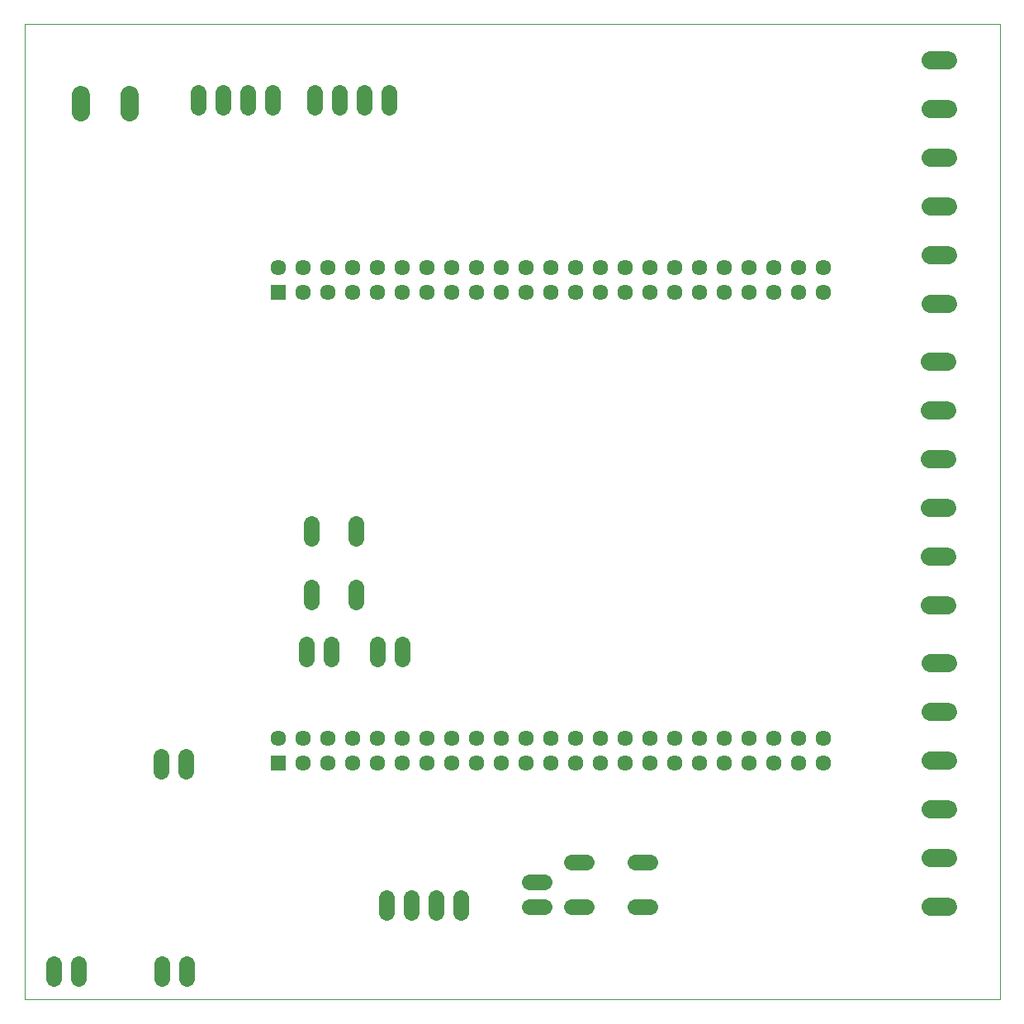
<source format=gbs>
G75*
%MOIN*%
%OFA0B0*%
%FSLAX24Y24*%
%IPPOS*%
%LPD*%
%AMOC8*
5,1,8,0,0,1.08239X$1,22.5*
%
%ADD10C,0.0000*%
%ADD11R,0.0634X0.0634*%
%ADD12C,0.0634*%
%ADD13C,0.0640*%
%ADD14C,0.0745*%
D10*
X000180Y000180D02*
X000180Y039550D01*
X039550Y039550D01*
X039550Y000180D01*
X000180Y000180D01*
D11*
X010436Y009745D03*
X010436Y028745D03*
D12*
X011436Y028745D03*
X011436Y029745D03*
X010436Y029745D03*
X012436Y029745D03*
X013436Y029745D03*
X013436Y028745D03*
X012436Y028745D03*
X014436Y028745D03*
X015436Y028745D03*
X015436Y029745D03*
X014436Y029745D03*
X016436Y029745D03*
X017436Y029745D03*
X017436Y028745D03*
X016436Y028745D03*
X018436Y028745D03*
X019436Y028745D03*
X019436Y029745D03*
X018436Y029745D03*
X020436Y029745D03*
X021436Y029745D03*
X021436Y028745D03*
X020436Y028745D03*
X022436Y028745D03*
X023436Y028745D03*
X023436Y029745D03*
X022436Y029745D03*
X024436Y029745D03*
X024436Y028745D03*
X025436Y028745D03*
X026436Y028745D03*
X026436Y029745D03*
X025436Y029745D03*
X027436Y029745D03*
X028436Y029745D03*
X028436Y028745D03*
X027436Y028745D03*
X029436Y028745D03*
X030436Y028745D03*
X030436Y029745D03*
X029436Y029745D03*
X031436Y029745D03*
X032436Y029745D03*
X032436Y028745D03*
X031436Y028745D03*
X031436Y010745D03*
X032436Y010745D03*
X032436Y009745D03*
X031436Y009745D03*
X030436Y009745D03*
X029436Y009745D03*
X029436Y010745D03*
X030436Y010745D03*
X028436Y010745D03*
X027436Y010745D03*
X027436Y009745D03*
X028436Y009745D03*
X026436Y009745D03*
X025436Y009745D03*
X025436Y010745D03*
X026436Y010745D03*
X024436Y010745D03*
X024436Y009745D03*
X023436Y009745D03*
X022436Y009745D03*
X022436Y010745D03*
X023436Y010745D03*
X021436Y010745D03*
X020436Y010745D03*
X020436Y009745D03*
X021436Y009745D03*
X019436Y009745D03*
X018436Y009745D03*
X018436Y010745D03*
X019436Y010745D03*
X017436Y010745D03*
X016436Y010745D03*
X016436Y009745D03*
X017436Y009745D03*
X015436Y009745D03*
X014436Y009745D03*
X014436Y010745D03*
X015436Y010745D03*
X013436Y010745D03*
X012436Y010745D03*
X012436Y009745D03*
X013436Y009745D03*
X011436Y009745D03*
X011436Y010745D03*
X010436Y010745D03*
D13*
X011570Y013935D02*
X011570Y014535D01*
X012570Y014535D02*
X012570Y013935D01*
X014444Y013935D02*
X014444Y014535D01*
X015444Y014535D02*
X015444Y013935D01*
X013550Y016238D02*
X013550Y016838D01*
X011770Y016838D02*
X011770Y016238D01*
X011770Y018798D02*
X011770Y019398D01*
X013550Y019398D02*
X013550Y018798D01*
X006704Y010008D02*
X006704Y009408D01*
X005704Y009408D02*
X005704Y010008D01*
X005743Y001622D02*
X005743Y001022D01*
X006743Y001022D02*
X006743Y001622D01*
X002373Y001622D02*
X002373Y001022D01*
X001373Y001022D02*
X001373Y001622D01*
X014782Y003699D02*
X014782Y004299D01*
X015782Y004299D02*
X015782Y003699D01*
X016782Y003699D02*
X016782Y004299D01*
X017782Y004299D02*
X017782Y003699D01*
X020549Y003932D02*
X021149Y003932D01*
X021149Y004932D02*
X020549Y004932D01*
X022261Y005716D02*
X022861Y005716D01*
X022861Y003936D02*
X022261Y003936D01*
X024821Y003936D02*
X025421Y003936D01*
X025421Y005716D02*
X024821Y005716D01*
X014908Y036179D02*
X014908Y036779D01*
X013908Y036779D02*
X013908Y036179D01*
X012908Y036179D02*
X012908Y036779D01*
X011908Y036779D02*
X011908Y036179D01*
X010184Y036179D02*
X010184Y036779D01*
X009184Y036779D02*
X009184Y036179D01*
X008184Y036179D02*
X008184Y036779D01*
X007184Y036779D02*
X007184Y036179D01*
D14*
X004432Y035981D02*
X004432Y036686D01*
X002463Y036686D02*
X002463Y035981D01*
X036768Y036125D02*
X037473Y036125D01*
X037473Y038093D02*
X036768Y038093D01*
X036768Y034156D02*
X037473Y034156D01*
X037473Y032188D02*
X036768Y032188D01*
X036768Y030219D02*
X037473Y030219D01*
X037473Y028251D02*
X036768Y028251D01*
X036729Y025928D02*
X037434Y025928D01*
X037434Y023960D02*
X036729Y023960D01*
X036729Y021991D02*
X037434Y021991D01*
X037434Y020023D02*
X036729Y020023D01*
X036729Y018054D02*
X037434Y018054D01*
X037434Y016086D02*
X036729Y016086D01*
X036768Y013763D02*
X037473Y013763D01*
X037473Y011794D02*
X036768Y011794D01*
X036768Y009826D02*
X037473Y009826D01*
X037473Y007857D02*
X036768Y007857D01*
X036768Y005889D02*
X037473Y005889D01*
X037473Y003920D02*
X036768Y003920D01*
M02*

</source>
